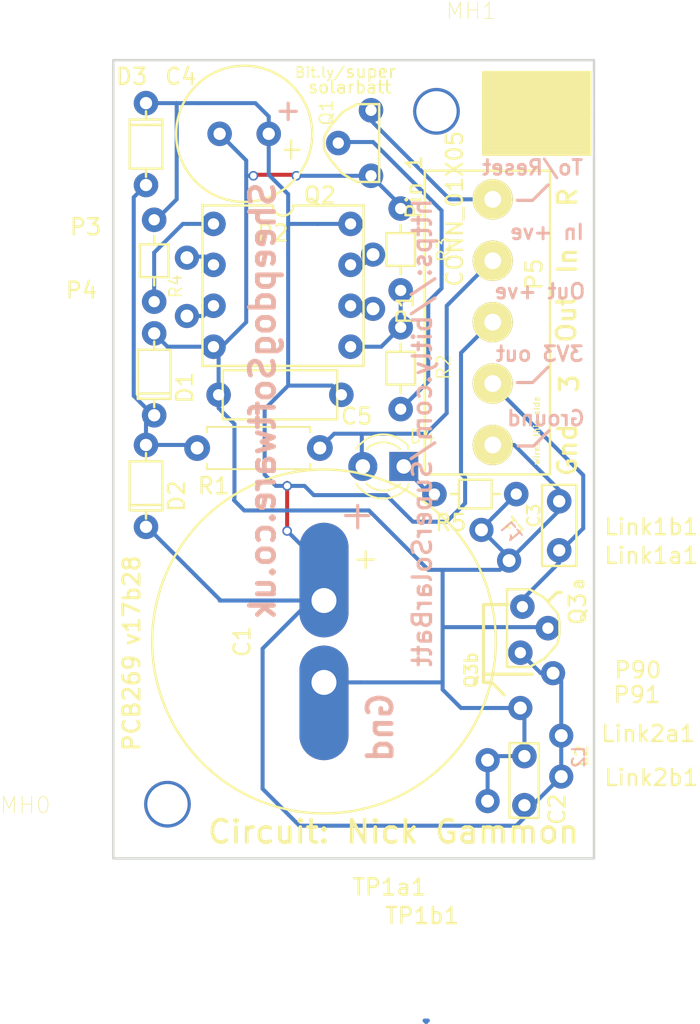
<source format=kicad_pcb>
(kicad_pcb (version 4) (host pcbnew 4.0.4-stable)

  (general
    (links 45)
    (no_connects 0)
    (area 186.233999 102.794999 216.229001 152.475001)
    (thickness 1.6)
    (drawings 109)
    (tracks 201)
    (zones 0)
    (modules 32)
    (nets 15)
  )

  (page A4)
  (title_block
    (title "PCB269- Gammon Solar power/ supercap standby/ watchdog")
  )

  (layers
    (0 F.Cu signal)
    (31 B.Cu signal)
    (32 B.Adhes user)
    (33 F.Adhes user)
    (34 B.Paste user)
    (35 F.Paste user)
    (36 B.SilkS user)
    (37 F.SilkS user)
    (38 B.Mask user)
    (39 F.Mask user)
    (40 Dwgs.User user)
    (41 Cmts.User user)
    (42 Eco1.User user)
    (43 Eco2.User user hide)
    (44 Edge.Cuts user)
    (45 Margin user)
    (46 B.CrtYd user hide)
    (47 F.CrtYd user)
    (48 B.Fab user)
    (49 F.Fab user hide)
  )

  (setup
    (last_trace_width 0.25)
    (trace_clearance 0.2)
    (zone_clearance 0.508)
    (zone_45_only no)
    (trace_min 0.2)
    (segment_width 0.2)
    (edge_width 0.15)
    (via_size 0.6)
    (via_drill 0.4)
    (via_min_size 0.4)
    (via_min_drill 0.3)
    (uvia_size 0.3)
    (uvia_drill 0.1)
    (uvias_allowed no)
    (uvia_min_size 0.2)
    (uvia_min_drill 0.1)
    (pcb_text_width 0.3)
    (pcb_text_size 1.5 1.5)
    (mod_edge_width 0.15)
    (mod_text_size 1 1)
    (mod_text_width 0.15)
    (pad_size 2.5 2.5)
    (pad_drill 1.0414)
    (pad_to_mask_clearance 0.2)
    (aux_axis_origin 0 0)
    (visible_elements 7FFEFFFF)
    (pcbplotparams
      (layerselection 0x00030_80000001)
      (usegerberextensions false)
      (excludeedgelayer true)
      (linewidth 0.100000)
      (plotframeref false)
      (viasonmask false)
      (mode 1)
      (useauxorigin false)
      (hpglpennumber 1)
      (hpglpenspeed 20)
      (hpglpendiameter 15)
      (hpglpenoverlay 2)
      (psnegative false)
      (psa4output false)
      (plotreference true)
      (plotvalue true)
      (plotinvisibletext false)
      (padsonsilk false)
      (subtractmaskfromsilk false)
      (outputformat 1)
      (mirror false)
      (drillshape 1)
      (scaleselection 1)
      (outputdirectory "C:/Users/TBoyd/Documents/KiCad-TKB-4-0-4/Project/PCB269-GammonSolarWatchdog/For exports en route elsewhere/"))
  )

  (net 0 "")
  (net 1 GND)
  (net 2 "Net-(D1-Pad1)")
  (net 3 +BATT)
  (net 4 "Net-(C3-Pad1)")
  (net 5 ATtiny85_5v)
  (net 6 "Net-(Q2-Pad1)")
  (net 7 "Net-(Q2-Pad5)")
  (net 8 "Net-(P1-Pad1)")
  (net 9 "Net-(Q1-PadGate)")
  (net 10 "Net-(D4-Pad1)")
  (net 11 "Net-(P2-Pad1)")
  (net 12 "Net-(P3-Pad1)")
  (net 13 "Net-(P4-Pad1)")
  (net 14 "Net-(P5-Pad1)")

  (net_class Default "This is the default net class."
    (clearance 0.2)
    (trace_width 0.25)
    (via_dia 0.6)
    (via_drill 0.4)
    (uvia_dia 0.3)
    (uvia_drill 0.1)
    (add_net +BATT)
    (add_net ATtiny85_5v)
    (add_net GND)
    (add_net "Net-(C3-Pad1)")
    (add_net "Net-(D1-Pad1)")
    (add_net "Net-(D4-Pad1)")
    (add_net "Net-(P1-Pad1)")
    (add_net "Net-(P2-Pad1)")
    (add_net "Net-(P3-Pad1)")
    (add_net "Net-(P4-Pad1)")
    (add_net "Net-(P5-Pad1)")
    (add_net "Net-(Q1-PadGate)")
    (add_net "Net-(Q2-Pad1)")
    (add_net "Net-(Q2-Pad5)")
  )

  (module AtbFoot17201:VRegTO92-tb (layer F.Cu) (tedit 5A1DFD92) (tstamp 5A04A277)
    (at 212.2805 138.1125 90)
    (path /59FF758C)
    (fp_text reference Q3 (at 1.2065 2.8575 90) (layer F.SilkS)
      (effects (font (size 1 1) (thickness 0.15)))
    )
    (fp_text value "Volt Reg- see text" (at -0.0254 -2.5908 90) (layer F.Fab)
      (effects (font (size 1 1) (thickness 0.15)))
    )
    (fp_line (start -1.9304 0.762) (end -1.016 1.5748) (layer F.SilkS) (width 0.15))
    (fp_line (start -1.016 1.5748) (end -0.8636 1.6256) (layer F.SilkS) (width 0.15))
    (fp_line (start -0.4064 1.7272) (end -0.8636 1.6256) (layer F.SilkS) (width 0.15))
    (fp_line (start 0.8636 1.6256) (end 1.016 1.524) (layer F.SilkS) (width 0.15))
    (fp_line (start 0.4064 1.7272) (end 0.8636 1.6256) (layer F.SilkS) (width 0.15))
    (fp_line (start -0.4064 1.7272) (end 0.3556 1.7272) (layer F.SilkS) (width 0.15))
    (fp_line (start 1.905 0.762) (end 2.413 -0.127) (layer F.SilkS) (width 0.15))
    (fp_line (start -1.905 0.762) (end -2.413 -0.127) (layer F.SilkS) (width 0.15))
    (fp_line (start 1.016 1.524) (end 1.905 0.762) (layer F.SilkS) (width 0.15))
    (fp_line (start -2.413 -0.127) (end -2.413 -1.524) (layer F.SilkS) (width 0.15))
    (fp_line (start -2.413 -1.524) (end -2.032 -1.524) (layer F.SilkS) (width 0.15))
    (fp_line (start 2.413 -0.127) (end 2.413 -1.524) (layer F.SilkS) (width 0.15))
    (fp_line (start 2.413 -1.524) (end 2.032 -1.524) (layer F.SilkS) (width 0.15))
    (fp_line (start 2.032 -1.524) (end -2.032 -1.524) (layer F.SilkS) (width 0.15))
    (pad GND thru_hole circle (at 0 1.016 90) (size 1.524 1.524) (drill 0.7) (layers *.Cu *.Mask)
      (net 1 GND))
    (pad VI thru_hole circle (at -1.524 -0.6985 90) (size 1.524 1.524) (drill 0.7) (layers *.Cu *.Mask)
      (net 5 ATtiny85_5v))
    (pad VO thru_hole circle (at 1.3335 -0.5715 90) (size 1.524 1.524) (drill 0.7) (layers *.Cu *.Mask)
      (net 4 "Net-(C3-Pad1)"))
  )

  (module AtbFoot17201:MountingHole_2.9mm (layer F.Cu) (tedit 5A1DF78E) (tstamp 5A02746B)
    (at 189.6745 149.0345)
    (descr "Mounting Hole 2.9mm, no annular")
    (tags "mounting hole 2.9mm no annular")
    (path /5A02B834)
    (fp_text reference MH0 (at -8.8265 0.0635) (layer F.SilkS)
      (effects (font (size 1.016 1.016) (thickness 0.0508)))
    )
    (fp_text value TEST_1P (at 0 3.175) (layer F.Fab)
      (effects (font (size 0.254 0.254) (thickness 0.0508)))
    )
    (fp_circle (center 0 0) (end 2.5 0) (layer Cmts.User) (width 0.15))
    (fp_circle (center 0 0) (end 2.75 0) (layer F.CrtYd) (width 0.05))
    (pad "" np_thru_hole circle (at 0 0) (size 2.9 2.9) (drill 2.5) (layers *.Cu *.Mask))
  )

  (module AtbFoot17201:MountingHole_2.9mm (layer F.Cu) (tedit 5A1DF792) (tstamp 5A027470)
    (at 206.375 106.045)
    (descr "Mounting Hole 2.9mm, no annular")
    (tags "mounting hole 2.9mm no annular")
    (path /5A02BA08)
    (fp_text reference MH1 (at 2.159 -6.223) (layer F.SilkS)
      (effects (font (size 1.016 1.016) (thickness 0.0508)))
    )
    (fp_text value TEST_1P (at 0 3.175) (layer F.Fab)
      (effects (font (size 0.254 0.254) (thickness 0.0508)))
    )
    (fp_circle (center 0 0) (end 2.5 0) (layer Cmts.User) (width 0.15))
    (fp_circle (center 0 0) (end 2.75 0) (layer F.CrtYd) (width 0.05))
    (pad "" np_thru_hole circle (at 0 0) (size 2.9 2.9) (drill 2.5) (layers *.Cu *.Mask))
  )

  (module AtbFoot17201:Cap-Super8x2-tb (layer F.Cu) (tedit 5A03C834) (tstamp 5A03C225)
    (at 199.39 138.938 270)
    (path /59FEEDF2)
    (fp_text reference C1 (at 0 5.08 270) (layer F.SilkS)
      (effects (font (size 1 1) (thickness 0.15)))
    )
    (fp_text value "SuperCap-see text" (at -0.508 -4.826 270) (layer F.Fab)
      (effects (font (size 1 1) (thickness 0.15)))
    )
    (fp_circle (center 0 0) (end 10.668 0) (layer F.SilkS) (width 0.15))
    (fp_line (start -5.58546 -2.5908) (end -4.56946 -2.5908) (layer F.SilkS) (width 0.15))
    (fp_line (start -5.07746 -3.0988) (end -5.07746 -2.0828) (layer F.SilkS) (width 0.15))
    (pad 2 thru_hole oval (at 2.54 0 90) (size 7.112 3.048) (drill 1.5494 (offset -1.27 0)) (layers *.Cu *.Mask)
      (net 1 GND))
    (pad 1 thru_hole oval (at -2.54 0 270) (size 7.112 3.048) (drill 1.5494 (offset -1.27 0)) (layers *.Cu *.Mask)
      (net 5 ATtiny85_5v))
  )

  (module AtbFoot17201:Cap-Rad-1-tb (layer F.Cu) (tedit 5A1DF8AA) (tstamp 5A03CC17)
    (at 211.836 147.574 90)
    (path /59FEEB76)
    (fp_text reference C2 (at -1.778 2.032 90) (layer F.SilkS)
      (effects (font (size 1 1) (thickness 0.15)))
    )
    (fp_text value 1uF (at -0.00254 -1.6764 90) (layer F.Fab)
      (effects (font (size 1 1) (thickness 0.15)))
    )
    (fp_line (start 2.33426 -0.92456) (end -2.29362 -0.93472) (layer F.SilkS) (width 0.15))
    (fp_line (start -2.2987 -0.92456) (end -2.31902 0.88392) (layer F.SilkS) (width 0.15))
    (fp_line (start -2.31902 0.88392) (end 2.31394 0.88392) (layer F.SilkS) (width 0.15))
    (fp_line (start 2.31394 0.88392) (end 2.33426 -0.84328) (layer F.SilkS) (width 0.15))
    (pad 1 thru_hole circle (at -1.524 0 90) (size 1.524 1.524) (drill 0.762) (layers *.Cu *.Mask)
      (net 5 ATtiny85_5v))
    (pad 2 thru_hole circle (at 1.524 0 90) (size 1.524 1.524) (drill 0.762) (layers *.Cu *.Mask)
      (net 1 GND))
  )

  (module AtbFoot17201:Cap-Rad3x1-2-tb (layer F.Cu) (tedit 5A1DF819) (tstamp 5A03CE07)
    (at 194.437 107.442 180)
    (path /59FF82A5)
    (fp_text reference C4 (at 3.937 3.556 360) (layer F.SilkS)
      (effects (font (size 1 1) (thickness 0.15)))
    )
    (fp_text value "See text" (at 0 -5.08 180) (layer F.Fab)
      (effects (font (size 1 1) (thickness 0.15)))
    )
    (fp_line (start -3.43154 -0.9906) (end -2.51714 -0.9906) (layer F.SilkS) (width 0.15))
    (fp_line (start -2.91338 -1.524) (end -2.91338 -0.41148) (layer F.SilkS) (width 0.15))
    (fp_line (start -2.91338 -0.41148) (end -2.89814 -0.42672) (layer F.SilkS) (width 0.15))
    (fp_circle (center 0 0) (end -3.57886 2.24536) (layer F.SilkS) (width 0.15))
    (pad 1 thru_hole circle (at -1.524 0 180) (size 1.524 1.524) (drill 0.762) (layers *.Cu *.Mask)
      (net 5 ATtiny85_5v))
    (pad 2 thru_hole circle (at 1.524 0 180) (size 1.524 1.524) (drill 0.762) (layers *.Cu *.Mask)
      (net 1 GND))
  )

  (module AtbFoot17201:Cap-Rect-28x12-tb (layer F.Cu) (tedit 5A1DF84F) (tstamp 5A03CE10)
    (at 196.6595 123.6345 180)
    (path /59FEED79)
    (fp_text reference C5 (at -4.7625 -1.3335 180) (layer F.SilkS)
      (effects (font (size 1 1) (thickness 0.15)))
    )
    (fp_text value 0.1uF (at 0.07874 -2.32664 180) (layer F.Fab)
      (effects (font (size 1 1) (thickness 0.15)))
    )
    (fp_line (start -3.556 1.524) (end 3.556 1.524) (layer F.SilkS) (width 0.15))
    (fp_line (start -3.556 -1.524) (end 3.556 -1.524) (layer F.SilkS) (width 0.15))
    (fp_line (start -3.556 -1.524) (end -3.556 1.524) (layer F.SilkS) (width 0.15))
    (fp_line (start 3.556 -1.524) (end 3.556 1.524) (layer F.SilkS) (width 0.15))
    (pad 1 thru_hole circle (at -3.81 0 180) (size 1.524 1.524) (drill 0.7) (layers *.Cu *.Mask)
      (net 5 ATtiny85_5v))
    (pad 2 thru_hole circle (at 3.81 0 180) (size 1.524 1.524) (drill 0.7) (layers *.Cu *.Mask)
      (net 1 GND))
  )

  (module AtbFoot17201:Diode-Small-4148-tb (layer F.Cu) (tedit 5A1DF849) (tstamp 5A03CE19)
    (at 188.849 122.3645 90)
    (path /59FEEF76)
    (fp_text reference D1 (at -0.8255 1.905 90) (layer F.SilkS)
      (effects (font (size 1 1) (thickness 0.15)))
    )
    (fp_text value "See text" (at 0.127 -1.778 90) (layer F.Fab)
      (effects (font (size 1 1) (thickness 0.15)))
    )
    (fp_line (start -1.1938 -1.02108) (end -1.17856 0.9906) (layer F.SilkS) (width 0.15))
    (fp_line (start 1.524 0) (end 2.032 0) (layer F.SilkS) (width 0.15))
    (fp_line (start -2.032 0) (end -1.524 0) (layer F.SilkS) (width 0.15))
    (fp_line (start -1.524 1.016) (end 1.524 1.016) (layer F.SilkS) (width 0.15))
    (fp_line (start -1.524 -1.016) (end 1.524 -1.016) (layer F.SilkS) (width 0.15))
    (fp_line (start 1.524 -1.016) (end 1.524 1.016) (layer F.SilkS) (width 0.15))
    (fp_line (start -1.524 -1.016) (end -1.524 1.016) (layer F.SilkS) (width 0.15))
    (pad 1 thru_hole circle (at -2.54 0 90) (size 1.524 1.524) (drill 0.762) (layers *.Cu *.Mask)
      (net 2 "Net-(D1-Pad1)"))
    (pad 2 thru_hole circle (at 2.54 0 90) (size 1.524 1.524) (drill 0.762) (layers *.Cu *.Mask)
      (net 1 GND))
  )

  (module AtbFoot17201:Diode-Small-4148-tb (layer F.Cu) (tedit 5A050065) (tstamp 5A03CE25)
    (at 188.341 129.286 90)
    (path /59FEF011)
    (fp_text reference D2 (at -0.635 1.905 90) (layer F.SilkS)
      (effects (font (size 1 1) (thickness 0.15)))
    )
    (fp_text value 1N4148 (at 0.127 -1.778 90) (layer F.Fab)
      (effects (font (size 1 1) (thickness 0.15)))
    )
    (fp_line (start -1.1938 -1.02108) (end -1.17856 0.9906) (layer F.SilkS) (width 0.15))
    (fp_line (start 1.524 0) (end 2.032 0) (layer F.SilkS) (width 0.15))
    (fp_line (start -2.032 0) (end -1.524 0) (layer F.SilkS) (width 0.15))
    (fp_line (start -1.524 1.016) (end 1.524 1.016) (layer F.SilkS) (width 0.15))
    (fp_line (start -1.524 -1.016) (end 1.524 -1.016) (layer F.SilkS) (width 0.15))
    (fp_line (start 1.524 -1.016) (end 1.524 1.016) (layer F.SilkS) (width 0.15))
    (fp_line (start -1.524 -1.016) (end -1.524 1.016) (layer F.SilkS) (width 0.15))
    (pad 1 thru_hole circle (at -2.54 0 90) (size 1.524 1.524) (drill 0.762) (layers *.Cu *.Mask)
      (net 5 ATtiny85_5v))
    (pad 2 thru_hole circle (at 2.54 0 90) (size 1.524 1.524) (drill 0.762) (layers *.Cu *.Mask)
      (net 2 "Net-(D1-Pad1)"))
  )

  (module AtbFoot17201:Diode-Small-4148-tb (layer F.Cu) (tedit 5A1DF80F) (tstamp 5A03CE31)
    (at 188.341 108.077 270)
    (path /59FF85A5)
    (fp_text reference D3 (at -4.191 0.889 360) (layer F.SilkS)
      (effects (font (size 1 1) (thickness 0.15)))
    )
    (fp_text value 1N4148 (at 0.127 -1.778 270) (layer F.Fab)
      (effects (font (size 1 1) (thickness 0.15)))
    )
    (fp_line (start -1.1938 -1.02108) (end -1.17856 0.9906) (layer F.SilkS) (width 0.15))
    (fp_line (start 1.524 0) (end 2.032 0) (layer F.SilkS) (width 0.15))
    (fp_line (start -2.032 0) (end -1.524 0) (layer F.SilkS) (width 0.15))
    (fp_line (start -1.524 1.016) (end 1.524 1.016) (layer F.SilkS) (width 0.15))
    (fp_line (start -1.524 -1.016) (end 1.524 -1.016) (layer F.SilkS) (width 0.15))
    (fp_line (start 1.524 -1.016) (end 1.524 1.016) (layer F.SilkS) (width 0.15))
    (fp_line (start -1.524 -1.016) (end -1.524 1.016) (layer F.SilkS) (width 0.15))
    (pad 1 thru_hole circle (at -2.54 0 270) (size 1.524 1.524) (drill 0.762) (layers *.Cu *.Mask)
      (net 5 ATtiny85_5v))
    (pad 2 thru_hole circle (at 2.54 0 270) (size 1.524 1.524) (drill 0.762) (layers *.Cu *.Mask)
      (net 2 "Net-(D1-Pad1)"))
  )

  (module AtbFoot17201:Skt-DIL-8-tb (layer F.Cu) (tedit 5A1DF829) (tstamp 5A03CE3D)
    (at 196.85 116.84)
    (path /59FEF21A)
    (fp_text reference Q2 (at 2.286 -5.588) (layer F.SilkS)
      (effects (font (size 1 1) (thickness 0.15)))
    )
    (fp_text value ATtiny85 (at 0.254 -6.096) (layer F.Fab)
      (effects (font (size 1 1) (thickness 0.15)))
    )
    (fp_line (start 0.635 -4.953) (end 4.953 -4.953) (layer F.SilkS) (width 0.15))
    (fp_line (start -4.953 -4.953) (end -0.635 -4.953) (layer F.SilkS) (width 0.15))
    (fp_arc (start 0 -4.953) (end 0.635 -4.953) (angle 180) (layer F.SilkS) (width 0.15))
    (fp_line (start -5 5) (end 5 5) (layer F.SilkS) (width 0.15))
    (fp_line (start 5 -5) (end 5 5) (layer F.SilkS) (width 0.15))
    (fp_line (start 5 5) (end 5 4) (layer F.SilkS) (width 0.15))
    (fp_line (start -5 5) (end -5 -5) (layer F.SilkS) (width 0.15))
    (pad 1 thru_hole circle (at -4.318 -3.81) (size 1.524 1.524) (drill 0.7) (layers *.Cu *.Mask)
      (net 6 "Net-(Q2-Pad1)"))
    (pad 2 thru_hole circle (at -4.318 -1.27) (size 1.524 1.524) (drill 0.7) (layers *.Cu *.Mask)
      (net 12 "Net-(P3-Pad1)"))
    (pad 3 thru_hole circle (at -4.318 1.27) (size 1.524 1.524) (drill 0.7) (layers *.Cu *.Mask)
      (net 13 "Net-(P4-Pad1)"))
    (pad 4 thru_hole circle (at -4.318 3.81) (size 1.524 1.524) (drill 0.7) (layers *.Cu *.Mask)
      (net 1 GND))
    (pad 5 thru_hole circle (at 4.191 3.81) (size 1.524 1.524) (drill 0.7) (layers *.Cu *.Mask)
      (net 7 "Net-(Q2-Pad5)"))
    (pad 6 thru_hole circle (at 4.191 1.27) (size 1.524 1.524) (drill 0.7) (layers *.Cu *.Mask)
      (net 8 "Net-(P1-Pad1)"))
    (pad 7 thru_hole circle (at 4.191 -1.27) (size 1.524 1.524) (drill 0.7) (layers *.Cu *.Mask)
      (net 11 "Net-(P2-Pad1)"))
    (pad 8 thru_hole circle (at 4.191 -3.81) (size 1.524 1.524) (drill 0.7) (layers *.Cu *.Mask)
      (net 5 ATtiny85_5v))
  )

  (module AtbFoot17201:Res-Small-0.125-tb (layer F.Cu) (tedit 5A1E0030) (tstamp 5A03D0C5)
    (at 204.1525 114.6175 90)
    (path /59FEE944)
    (fp_text reference R3 (at 0 2.667 90) (layer F.SilkS)
      (effects (font (size 0.8128 0.8128) (thickness 0.1016)))
    )
    (fp_text value 10k (at 0.127 -1.778 90) (layer F.Fab)
      (effects (font (size 1 1) (thickness 0.15)))
    )
    (fp_line (start 1.016 -0.889) (end 1.016 0.889) (layer F.SilkS) (width 0.15))
    (fp_line (start -1.016 -0.889) (end -1.016 0.889) (layer F.SilkS) (width 0.15))
    (fp_line (start -1.016 0.889) (end 1.016 0.889) (layer F.SilkS) (width 0.15))
    (fp_line (start -1.016 -0.889) (end 1.016 -0.889) (layer F.SilkS) (width 0.15))
    (fp_line (start -1.016 0) (end -1.524 0) (layer F.SilkS) (width 0.15))
    (fp_line (start 1.016 0) (end 1.524 0) (layer F.SilkS) (width 0.15))
    (pad 1 thru_hole circle (at -2.54 0 90) (size 1.524 1.524) (drill 0.7) (layers *.Cu *.Mask)
      (net 7 "Net-(Q2-Pad5)"))
    (pad 2 thru_hole circle (at 2.54 0 90) (size 1.524 1.524) (drill 0.7) (layers *.Cu *.Mask)
      (net 1 GND))
  )

  (module AtbFoot17201:Res-Small-0.125-tb (layer F.Cu) (tedit 5A1E0297) (tstamp 5A03D0D0)
    (at 188.849 115.316 270)
    (path /59FEEA54)
    (fp_text reference R4 (at 1.5875 -1.3335 270) (layer F.SilkS)
      (effects (font (size 0.762 0.762) (thickness 0.09652)))
    )
    (fp_text value 10k (at 0.127 -1.778 270) (layer F.Fab)
      (effects (font (size 1 1) (thickness 0.15)))
    )
    (fp_line (start 1.016 -0.889) (end 1.016 0.889) (layer F.SilkS) (width 0.15))
    (fp_line (start -1.016 -0.889) (end -1.016 0.889) (layer F.SilkS) (width 0.15))
    (fp_line (start -1.016 0.889) (end 1.016 0.889) (layer F.SilkS) (width 0.15))
    (fp_line (start -1.016 -0.889) (end 1.016 -0.889) (layer F.SilkS) (width 0.15))
    (fp_line (start -1.016 0) (end -1.524 0) (layer F.SilkS) (width 0.15))
    (fp_line (start 1.016 0) (end 1.524 0) (layer F.SilkS) (width 0.15))
    (pad 1 thru_hole circle (at -2.54 0 270) (size 1.524 1.524) (drill 0.7) (layers *.Cu *.Mask)
      (net 5 ATtiny85_5v))
    (pad 2 thru_hole circle (at 2.54 0 270) (size 1.524 1.524) (drill 0.7) (layers *.Cu *.Mask)
      (net 6 "Net-(Q2-Pad1)"))
  )

  (module AtbFoot17201:Cap-Rad-1-tb (layer F.Cu) (tedit 5A1E0463) (tstamp 5A03D3C6)
    (at 213.995 131.7625 90)
    (path /59FEEC75)
    (fp_text reference C3 (at 0.635 -1.5875 90) (layer F.SilkS)
      (effects (font (size 0.762 0.762) (thickness 0.127)))
    )
    (fp_text value "1 uF" (at 0.0127 -1.8288 90) (layer F.Fab)
      (effects (font (size 1 1) (thickness 0.15)))
    )
    (fp_line (start -2.4892 -1.0668) (end -2.4892 -0.9652) (layer F.SilkS) (width 0.15))
    (fp_line (start -2.4892 -1.0668) (end 2.4892 -1.0668) (layer F.SilkS) (width 0.15))
    (fp_line (start 2.4892 -1.0668) (end 2.54 -1.0668) (layer F.SilkS) (width 0.15))
    (fp_line (start 2.54 -1.0668) (end 2.54 1.0668) (layer F.SilkS) (width 0.15))
    (fp_line (start 2.54 1.0668) (end -2.4892 1.0668) (layer F.SilkS) (width 0.15))
    (fp_line (start -2.4892 1.0668) (end -2.4892 -1.016) (layer F.SilkS) (width 0.15))
    (pad 1 thru_hole circle (at -1.524 0 90) (size 1.524 1.524) (drill 0.762) (layers *.Cu *.Mask)
      (net 4 "Net-(C3-Pad1)"))
    (pad 2 thru_hole circle (at 1.524 0 90) (size 1.524 1.524) (drill 0.762) (layers *.Cu *.Mask)
      (net 1 GND))
  )

  (module AtbFoot17201:XistMosFet-TO92-SGB-tb (layer F.Cu) (tedit 5A1DF9F0) (tstamp 5A04C662)
    (at 201.295 108.0135 270)
    (path /5A04C72A)
    (fp_text reference Q1 (at -1.8923 1.7526 270) (layer F.SilkS)
      (effects (font (size 0.8128 0.8128) (thickness 0.1016)))
    )
    (fp_text value XistMosfetTO92-SGD2 (at -0.0254 -2.5908 270) (layer F.Fab)
      (effects (font (size 1 1) (thickness 0.15)))
    )
    (fp_line (start 1.905 0.762) (end 2.413 -0.127) (layer F.SilkS) (width 0.15))
    (fp_line (start -1.905 0.762) (end -2.413 -0.127) (layer F.SilkS) (width 0.15))
    (fp_line (start 1.016 1.524) (end 1.905 0.762) (layer F.SilkS) (width 0.15))
    (fp_line (start -1.905 0.762) (end -1.016 1.524) (layer F.SilkS) (width 0.15))
    (fp_line (start -0.381 1.905) (end 0.381 1.905) (layer F.SilkS) (width 0.15))
    (fp_line (start 0.381 1.905) (end 1.016 1.524) (layer F.SilkS) (width 0.15))
    (fp_line (start -1.016 1.524) (end -0.381 1.905) (layer F.SilkS) (width 0.15))
    (fp_line (start -2.413 -0.127) (end -2.413 -1.524) (layer F.SilkS) (width 0.15))
    (fp_line (start -2.413 -1.524) (end -2.032 -1.524) (layer F.SilkS) (width 0.15))
    (fp_line (start 2.413 -0.127) (end 2.413 -1.524) (layer F.SilkS) (width 0.15))
    (fp_line (start 2.413 -1.524) (end 2.032 -1.524) (layer F.SilkS) (width 0.15))
    (fp_line (start 2.032 -1.524) (end -2.032 -1.524) (layer F.SilkS) (width 0.15))
    (pad Gate thru_hole circle (at 0 1.016 270) (size 1.524 1.524) (drill 0.7) (layers *.Cu *.Mask)
      (net 9 "Net-(Q1-PadGate)"))
    (pad Drai thru_hole circle (at -2.032 -1.016 270) (size 1.524 1.524) (drill 0.7) (layers *.Cu *.Mask)
      (net 14 "Net-(P5-Pad1)"))
    (pad Sour thru_hole circle (at 2.032 -1.016 270) (size 1.524 1.524) (drill 0.7) (layers *.Cu *.Mask)
      (net 1 GND))
  )

  (module AtbFoot17201:Res-Small-0.125-tb (layer F.Cu) (tedit 5A1E002B) (tstamp 5A04C6C6)
    (at 204.1525 121.9835 90)
    (path /59FEE9E7)
    (fp_text reference R2 (at 0.0635 2.667 90) (layer F.SilkS)
      (effects (font (size 0.8128 0.8128) (thickness 0.1016)))
    )
    (fp_text value 150R (at 0.127 -1.778 90) (layer F.Fab)
      (effects (font (size 1 1) (thickness 0.15)))
    )
    (fp_line (start 1.016 -0.889) (end 1.016 0.889) (layer F.SilkS) (width 0.15))
    (fp_line (start -1.016 -0.889) (end -1.016 0.889) (layer F.SilkS) (width 0.15))
    (fp_line (start -1.016 0.889) (end 1.016 0.889) (layer F.SilkS) (width 0.15))
    (fp_line (start -1.016 -0.889) (end 1.016 -0.889) (layer F.SilkS) (width 0.15))
    (fp_line (start -1.016 0) (end -1.524 0) (layer F.SilkS) (width 0.15))
    (fp_line (start 1.016 0) (end 1.524 0) (layer F.SilkS) (width 0.15))
    (pad 1 thru_hole circle (at -2.54 0 90) (size 1.524 1.524) (drill 0.7) (layers *.Cu *.Mask)
      (net 9 "Net-(Q1-PadGate)"))
    (pad 2 thru_hole circle (at 2.54 0 90) (size 1.524 1.524) (drill 0.7) (layers *.Cu *.Mask)
      (net 7 "Net-(Q2-Pad5)"))
  )

  (module Measurement_Points:Measurement_Point_Round-TH_Small (layer F.Cu) (tedit 5A1E03A3) (tstamp 5A1DC355)
    (at 213.614 140.9065)
    (descr "Mesurement Point, Square, Trough Hole,  DM 1.5mm, Drill 0.8mm,")
    (tags "Mesurement Point Round Trough Hole 1.5mm Drill 0.8mm")
    (path /5A1D7FE1)
    (attr virtual)
    (fp_text reference P90 (at 5.2705 -0.1905) (layer F.SilkS)
      (effects (font (size 1 1) (thickness 0.15)))
    )
    (fp_text value TEST_1P (at 0 2) (layer F.Fab)
      (effects (font (size 1 1) (thickness 0.15)))
    )
    (fp_circle (center 0 0) (end 1 0) (layer F.CrtYd) (width 0.05))
    (pad 1 thru_hole circle (at 0 0) (size 1.5 1.5) (drill 0.8) (layers *.Cu *.Mask)
      (net 5 ATtiny85_5v))
  )

  (module Measurement_Points:Measurement_Point_Round-TH_Small (layer F.Cu) (tedit 5A1E03AC) (tstamp 5A1DC359)
    (at 211.582 143.0655)
    (descr "Mesurement Point, Square, Trough Hole,  DM 1.5mm, Drill 0.8mm,")
    (tags "Mesurement Point Round Trough Hole 1.5mm Drill 0.8mm")
    (path /5A1D8122)
    (attr virtual)
    (fp_text reference P91 (at 7.239 -0.8255) (layer F.SilkS)
      (effects (font (size 1 1) (thickness 0.15)))
    )
    (fp_text value TEST_1P (at 0 2) (layer F.Fab)
      (effects (font (size 1 1) (thickness 0.15)))
    )
    (fp_circle (center 0 0) (end 1 0) (layer F.CrtYd) (width 0.05))
    (pad 1 thru_hole circle (at 0 0) (size 1.5 1.5) (drill 0.8) (layers *.Cu *.Mask)
      (net 1 GND))
  )

  (module Resistors_ThroughHole:R_Axial_DIN0207_L6.3mm_D2.5mm_P7.62mm_Horizontal (layer F.Cu) (tedit 5A1DF846) (tstamp 5A1DC35D)
    (at 191.516 126.9365)
    (descr "Resistor, Axial_DIN0207 series, Axial, Horizontal, pin pitch=7.62mm, 0.25W = 1/4W, length*diameter=6.3*2.5mm^2, http://cdn-reichelt.de/documents/datenblatt/B400/1_4W%23YAG.pdf")
    (tags "Resistor Axial_DIN0207 series Axial Horizontal pin pitch 7.62mm 0.25W = 1/4W length 6.3mm diameter 2.5mm")
    (path /59FEEB01)
    (fp_text reference R1 (at 1.016 2.3495) (layer F.SilkS)
      (effects (font (size 1 1) (thickness 0.15)))
    )
    (fp_text value 220R (at 3.81 2.31) (layer F.Fab)
      (effects (font (size 1 1) (thickness 0.15)))
    )
    (fp_line (start 0.66 -1.25) (end 0.66 1.25) (layer F.Fab) (width 0.1))
    (fp_line (start 0.66 1.25) (end 6.96 1.25) (layer F.Fab) (width 0.1))
    (fp_line (start 6.96 1.25) (end 6.96 -1.25) (layer F.Fab) (width 0.1))
    (fp_line (start 6.96 -1.25) (end 0.66 -1.25) (layer F.Fab) (width 0.1))
    (fp_line (start 0 0) (end 0.66 0) (layer F.Fab) (width 0.1))
    (fp_line (start 7.62 0) (end 6.96 0) (layer F.Fab) (width 0.1))
    (fp_line (start 0.6 -0.98) (end 0.6 -1.31) (layer F.SilkS) (width 0.12))
    (fp_line (start 0.6 -1.31) (end 7.02 -1.31) (layer F.SilkS) (width 0.12))
    (fp_line (start 7.02 -1.31) (end 7.02 -0.98) (layer F.SilkS) (width 0.12))
    (fp_line (start 0.6 0.98) (end 0.6 1.31) (layer F.SilkS) (width 0.12))
    (fp_line (start 0.6 1.31) (end 7.02 1.31) (layer F.SilkS) (width 0.12))
    (fp_line (start 7.02 1.31) (end 7.02 0.98) (layer F.SilkS) (width 0.12))
    (fp_line (start -1.05 -1.6) (end -1.05 1.6) (layer F.CrtYd) (width 0.05))
    (fp_line (start -1.05 1.6) (end 8.7 1.6) (layer F.CrtYd) (width 0.05))
    (fp_line (start 8.7 1.6) (end 8.7 -1.6) (layer F.CrtYd) (width 0.05))
    (fp_line (start 8.7 -1.6) (end -1.05 -1.6) (layer F.CrtYd) (width 0.05))
    (pad 1 thru_hole circle (at 0 0) (size 1.6 1.6) (drill 0.8) (layers *.Cu *.Mask)
      (net 2 "Net-(D1-Pad1)"))
    (pad 2 thru_hole oval (at 7.62 0) (size 1.6 1.6) (drill 0.8) (layers *.Cu *.Mask)
      (net 3 +BATT))
    (model ${KISYS3DMOD}/Resistors_THT.3dshapes/R_Axial_DIN0207_L6.3mm_D2.5mm_P7.62mm_Horizontal.wrl
      (at (xyz 0 0 0))
      (scale (xyz 0.393701 0.393701 0.393701))
      (rotate (xyz 0 0 0))
    )
  )

  (module LEDs:LED_D3.0mm (layer F.Cu) (tedit 5A1DF907) (tstamp 5A1DE5CC)
    (at 204.343 128.0795 180)
    (descr "LED, diameter 3.0mm, 2 pins")
    (tags "LED diameter 3.0mm 2 pins")
    (path /5A1EA5AD)
    (fp_text reference D4 (at -1.143 1.8415 180) (layer F.SilkS)
      (effects (font (size 0.8128 0.8128) (thickness 0.1016)))
    )
    (fp_text value LED (at 1.27 2.96 180) (layer F.Fab)
      (effects (font (size 1 1) (thickness 0.15)))
    )
    (fp_arc (start 1.27 0) (end -0.23 -1.16619) (angle 284.3) (layer F.Fab) (width 0.1))
    (fp_arc (start 1.27 0) (end -0.29 -1.235516) (angle 108.8) (layer F.SilkS) (width 0.12))
    (fp_arc (start 1.27 0) (end -0.29 1.235516) (angle -108.8) (layer F.SilkS) (width 0.12))
    (fp_arc (start 1.27 0) (end 0.229039 -1.08) (angle 87.9) (layer F.SilkS) (width 0.12))
    (fp_arc (start 1.27 0) (end 0.229039 1.08) (angle -87.9) (layer F.SilkS) (width 0.12))
    (fp_circle (center 1.27 0) (end 2.77 0) (layer F.Fab) (width 0.1))
    (fp_line (start -0.23 -1.16619) (end -0.23 1.16619) (layer F.Fab) (width 0.1))
    (fp_line (start -0.29 -1.236) (end -0.29 -1.08) (layer F.SilkS) (width 0.12))
    (fp_line (start -0.29 1.08) (end -0.29 1.236) (layer F.SilkS) (width 0.12))
    (fp_line (start -1.15 -2.25) (end -1.15 2.25) (layer F.CrtYd) (width 0.05))
    (fp_line (start -1.15 2.25) (end 3.7 2.25) (layer F.CrtYd) (width 0.05))
    (fp_line (start 3.7 2.25) (end 3.7 -2.25) (layer F.CrtYd) (width 0.05))
    (fp_line (start 3.7 -2.25) (end -1.15 -2.25) (layer F.CrtYd) (width 0.05))
    (pad 1 thru_hole rect (at 0 0 180) (size 1.8 1.8) (drill 0.9) (layers *.Cu *.Mask)
      (net 10 "Net-(D4-Pad1)"))
    (pad 2 thru_hole circle (at 2.54 0 180) (size 1.8 1.8) (drill 0.9) (layers *.Cu *.Mask)
      (net 3 +BATT))
    (model ${KISYS3DMOD}/LEDs.3dshapes/LED_D3.0mm.wrl
      (at (xyz 0 0 0))
      (scale (xyz 0.393701 0.393701 0.393701))
      (rotate (xyz 0 0 0))
    )
  )

  (module AtbFoot17201:Res-Small-0.125-tb (layer F.Cu) (tedit 5A1DF8CD) (tstamp 5A1DE5D2)
    (at 208.788 129.794)
    (path /5A1EA648)
    (fp_text reference R5 (at -1.524 1.778) (layer F.SilkS)
      (effects (font (size 1 1) (thickness 0.15)))
    )
    (fp_text value R (at 0.127 -1.778) (layer F.Fab)
      (effects (font (size 1 1) (thickness 0.15)))
    )
    (fp_line (start 1.016 -0.889) (end 1.016 0.889) (layer F.SilkS) (width 0.15))
    (fp_line (start -1.016 -0.889) (end -1.016 0.889) (layer F.SilkS) (width 0.15))
    (fp_line (start -1.016 0.889) (end 1.016 0.889) (layer F.SilkS) (width 0.15))
    (fp_line (start -1.016 -0.889) (end 1.016 -0.889) (layer F.SilkS) (width 0.15))
    (fp_line (start -1.016 0) (end -1.524 0) (layer F.SilkS) (width 0.15))
    (fp_line (start 1.016 0) (end 1.524 0) (layer F.SilkS) (width 0.15))
    (pad 1 thru_hole circle (at -2.54 0) (size 1.524 1.524) (drill 0.7) (layers *.Cu *.Mask)
      (net 10 "Net-(D4-Pad1)"))
    (pad 2 thru_hole circle (at 2.54 0) (size 1.524 1.524) (drill 0.7) (layers *.Cu *.Mask)
      (net 1 GND))
  )

  (module Measurement_Points:Measurement_Point_Round-TH_Small (layer F.Cu) (tedit 5A1E03CF) (tstamp 5A1DED0B)
    (at 210.8835 133.9215)
    (descr "Mesurement Point, Square, Trough Hole,  DM 1.5mm, Drill 0.8mm,")
    (tags "Mesurement Point Round Trough Hole 1.5mm Drill 0.8mm")
    (path /5A1EB79F)
    (attr virtual)
    (fp_text reference Link1a1 (at 8.8265 -0.3175) (layer F.SilkS)
      (effects (font (size 1 1) (thickness 0.15)))
    )
    (fp_text value TEST_1P (at 0 2) (layer F.Fab)
      (effects (font (size 1 1) (thickness 0.15)))
    )
    (fp_circle (center 0 0) (end 1 0) (layer F.CrtYd) (width 0.05))
    (pad 1 thru_hole circle (at 0 0) (size 1.5 1.5) (drill 0.8) (layers *.Cu *.Mask)
      (net 1 GND))
  )

  (module Measurement_Points:Measurement_Point_Round-TH_Small (layer F.Cu) (tedit 5A1E03CA) (tstamp 5A1DED10)
    (at 209.169 132.0165)
    (descr "Mesurement Point, Square, Trough Hole,  DM 1.5mm, Drill 0.8mm,")
    (tags "Mesurement Point Round Trough Hole 1.5mm Drill 0.8mm")
    (path /5A1EB7A5)
    (attr virtual)
    (fp_text reference Link1b1 (at 10.541 -0.1905) (layer F.SilkS)
      (effects (font (size 1 1) (thickness 0.15)))
    )
    (fp_text value TEST_1P (at 0 2) (layer F.Fab)
      (effects (font (size 1 1) (thickness 0.15)))
    )
    (fp_circle (center 0 0) (end 1 0) (layer F.CrtYd) (width 0.05))
    (pad 1 thru_hole circle (at 0 0) (size 1.5 1.5) (drill 0.8) (layers *.Cu *.Mask)
      (net 1 GND))
  )

  (module Measurement_Points:Measurement_Point_Round-TH_Small (layer F.Cu) (tedit 5A1DF774) (tstamp 5A1DF19E)
    (at 209.55 146.304)
    (descr "Mesurement Point, Square, Trough Hole,  DM 1.5mm, Drill 0.8mm,")
    (tags "Mesurement Point Round Trough Hole 1.5mm Drill 0.8mm")
    (path /5A1ED2E8)
    (attr virtual)
    (fp_text reference TP1a1 (at -6.096 7.874) (layer F.SilkS)
      (effects (font (size 1 1) (thickness 0.15)))
    )
    (fp_text value TEST_1P (at 0 2) (layer F.Fab)
      (effects (font (size 1 1) (thickness 0.15)))
    )
    (fp_circle (center 0 0) (end 1 0) (layer F.CrtYd) (width 0.05))
    (pad 1 thru_hole circle (at 0 0) (size 1.5 1.5) (drill 0.8) (layers *.Cu *.Mask)
      (net 1 GND))
  )

  (module Measurement_Points:Measurement_Point_Round-TH_Small (layer F.Cu) (tedit 5A1DF770) (tstamp 5A1DF1A3)
    (at 209.55 148.844)
    (descr "Mesurement Point, Square, Trough Hole,  DM 1.5mm, Drill 0.8mm,")
    (tags "Mesurement Point Round Trough Hole 1.5mm Drill 0.8mm")
    (path /5A1ED2EE)
    (attr virtual)
    (fp_text reference TP1b1 (at -4.064 7.112) (layer F.SilkS)
      (effects (font (size 1 1) (thickness 0.15)))
    )
    (fp_text value TEST_1P (at 0 2) (layer F.Fab)
      (effects (font (size 1 1) (thickness 0.15)))
    )
    (fp_circle (center 0 0) (end 1 0) (layer F.CrtYd) (width 0.05))
    (pad 1 thru_hole circle (at 0 0) (size 1.5 1.5) (drill 0.8) (layers *.Cu *.Mask)
      (net 1 GND))
  )

  (module Measurement_Points:Measurement_Point_Round-TH_Small (layer F.Cu) (tedit 5A1E039C) (tstamp 5A1DF577)
    (at 214.122 144.78)
    (descr "Mesurement Point, Square, Trough Hole,  DM 1.5mm, Drill 0.8mm,")
    (tags "Mesurement Point Round Trough Hole 1.5mm Drill 0.8mm")
    (path /5A1EEEED)
    (attr virtual)
    (fp_text reference Link2a1 (at 5.3975 -0.127) (layer F.SilkS)
      (effects (font (size 1 1) (thickness 0.15)))
    )
    (fp_text value TEST_1P (at 0 2) (layer F.Fab)
      (effects (font (size 1 1) (thickness 0.15)))
    )
    (fp_circle (center 0 0) (end 1 0) (layer F.CrtYd) (width 0.05))
    (pad 1 thru_hole circle (at 0 0) (size 1.5 1.5) (drill 0.8) (layers *.Cu *.Mask)
      (net 5 ATtiny85_5v))
  )

  (module Measurement_Points:Measurement_Point_Round-TH_Small (layer F.Cu) (tedit 5A1E0399) (tstamp 5A1DF57C)
    (at 214.122 147.32)
    (descr "Mesurement Point, Square, Trough Hole,  DM 1.5mm, Drill 0.8mm,")
    (tags "Mesurement Point Round Trough Hole 1.5mm Drill 0.8mm")
    (path /5A1EEEF3)
    (attr virtual)
    (fp_text reference Link2b1 (at 5.588 0.0635) (layer F.SilkS)
      (effects (font (size 1 1) (thickness 0.15)))
    )
    (fp_text value TEST_1P (at 0 2) (layer F.Fab)
      (effects (font (size 1 1) (thickness 0.15)))
    )
    (fp_circle (center 0 0) (end 1 0) (layer F.CrtYd) (width 0.05))
    (pad 1 thru_hole circle (at 0 0) (size 1.5 1.5) (drill 0.8) (layers *.Cu *.Mask)
      (net 5 ATtiny85_5v))
  )

  (module Measurement_Points:Measurement_Point_Round-TH_Small (layer F.Cu) (tedit 5A1DFB47) (tstamp 5A1DFB55)
    (at 202.438 114.935)
    (descr "Mesurement Point, Square, Trough Hole,  DM 1.5mm, Drill 0.8mm,")
    (tags "Mesurement Point Round Trough Hole 1.5mm Drill 0.8mm")
    (path /5A1F30C6)
    (attr virtual)
    (fp_text reference P2 (at -6.223 -1.3335) (layer F.SilkS)
      (effects (font (size 1 1) (thickness 0.15)))
    )
    (fp_text value TEST_1P (at 0 2) (layer F.Fab)
      (effects (font (size 1 1) (thickness 0.15)))
    )
    (fp_circle (center 0 0) (end 1 0) (layer F.CrtYd) (width 0.05))
    (pad 1 thru_hole circle (at 0 0) (size 1.5 1.5) (drill 0.8) (layers *.Cu *.Mask)
      (net 11 "Net-(P2-Pad1)"))
  )

  (module Measurement_Points:Measurement_Point_Round-TH_Small (layer F.Cu) (tedit 5A1DFB42) (tstamp 5A1DFB5A)
    (at 190.881 115.1255)
    (descr "Mesurement Point, Square, Trough Hole,  DM 1.5mm, Drill 0.8mm,")
    (tags "Mesurement Point Round Trough Hole 1.5mm Drill 0.8mm")
    (path /5A1F2040)
    (attr virtual)
    (fp_text reference P3 (at -6.2865 -1.905) (layer F.SilkS)
      (effects (font (size 1 1) (thickness 0.15)))
    )
    (fp_text value TEST_1P (at 0 2) (layer F.Fab)
      (effects (font (size 1 1) (thickness 0.15)))
    )
    (fp_circle (center 0 0) (end 1 0) (layer F.CrtYd) (width 0.05))
    (pad 1 thru_hole circle (at 0 0) (size 1.5 1.5) (drill 0.8) (layers *.Cu *.Mask)
      (net 12 "Net-(P3-Pad1)"))
  )

  (module Measurement_Points:Measurement_Point_Round-TH_Small (layer F.Cu) (tedit 5A1E028F) (tstamp 5A1E02A2)
    (at 190.881 118.745)
    (descr "Mesurement Point, Square, Trough Hole,  DM 1.5mm, Drill 0.8mm,")
    (tags "Mesurement Point Round Trough Hole 1.5mm Drill 0.8mm")
    (path /5A1F203A)
    (attr virtual)
    (fp_text reference P4 (at -6.5405 -1.5875) (layer F.SilkS)
      (effects (font (size 1 1) (thickness 0.15)))
    )
    (fp_text value TEST_1P (at 0 2) (layer F.Fab)
      (effects (font (size 1 1) (thickness 0.15)))
    )
    (fp_circle (center 0 0) (end 1 0) (layer F.CrtYd) (width 0.05))
    (pad 1 thru_hole circle (at 0 0) (size 1.5 1.5) (drill 0.8) (layers *.Cu *.Mask)
      (net 13 "Net-(P4-Pad1)"))
  )

  (module AtbFoot17201:Sil-5-3-81mm (layer F.Cu) (tedit 5A1DC994) (tstamp 5A1E02AF)
    (at 209.8675 111.506 270)
    (path /59FFEDC3)
    (fp_text reference P5 (at 4.65074 -2.57048 270) (layer F.SilkS)
      (effects (font (size 1 1) (thickness 0.15)))
    )
    (fp_text value CONN_01X05 (at 0.58674 2.36728 270) (layer F.SilkS)
      (effects (font (size 1 1) (thickness 0.15)))
    )
    (fp_line (start -1.778 4.2164) (end 17.0688 4.2164) (layer F.SilkS) (width 0.15))
    (fp_line (start 17.0688 -3.556) (end -1.778 -3.556) (layer F.SilkS) (width 0.15))
    (fp_line (start 17.0688 -3.556) (end 17.0688 4.2164) (layer F.SilkS) (width 0.15))
    (fp_line (start -1.778 -3.5052) (end -1.778 4.2164) (layer F.SilkS) (width 0.15))
    (fp_text user "wires this side" (at 14.351 -2.7305 270) (layer F.SilkS)
      (effects (font (size 0.381 0.381) (thickness 0.0762)))
    )
    (pad 5 thru_hole circle (at 15.24 0 270) (size 2.5 2.5) (drill 1.0414) (layers *.Cu *.Mask F.SilkS)
      (net 1 GND))
    (pad 1 thru_hole circle (at 0 0 270) (size 2.5 2.5) (drill 1.0414) (layers *.Cu *.Mask F.SilkS)
      (net 14 "Net-(P5-Pad1)"))
    (pad 2 thru_hole circle (at 3.81 0 270) (size 2.5 2.5) (drill 1.0414) (layers *.Cu *.Mask F.SilkS)
      (net 3 +BATT))
    (pad 3 thru_hole circle (at 7.62 0 270) (size 2.5 2.5) (drill 1.0414) (layers *.Cu *.Mask F.SilkS)
      (net 5 ATtiny85_5v))
    (pad 4 thru_hole circle (at 11.43 0 270) (size 2.5 2.5) (drill 1.0414) (layers *.Cu *.Mask F.SilkS)
      (net 4 "Net-(C3-Pad1)"))
  )

  (module Measurement_Points:Measurement_Point_Round-TH_Small (layer F.Cu) (tedit 56C35F63) (tstamp 5A1E0361)
    (at 202.438 118.3005 270)
    (descr "Mesurement Point, Square, Trough Hole,  DM 1.5mm, Drill 0.8mm,")
    (tags "Mesurement Point Round Trough Hole 1.5mm Drill 0.8mm")
    (path /5A1F30CC)
    (attr virtual)
    (fp_text reference P1 (at 0 -2 270) (layer F.SilkS)
      (effects (font (size 1 1) (thickness 0.15)))
    )
    (fp_text value TEST_1P (at 0 2 270) (layer F.Fab)
      (effects (font (size 1 1) (thickness 0.15)))
    )
    (fp_circle (center 0 0) (end 1 0) (layer F.CrtYd) (width 0.05))
    (pad 1 thru_hole circle (at 0 0 270) (size 1.5 1.5) (drill 0.8) (layers *.Cu *.Mask)
      (net 8 "Net-(P1-Pad1)"))
  )

  (gr_text L2 (at 215.392 146.05 90) (layer F.SilkS)
    (effects (font (size 0.762 0.762) (thickness 0.127)))
  )
  (gr_text L1 (at 211.074 132.1435 130) (layer B.SilkS)
    (effects (font (size 0.762 0.762) (thickness 0.127)) (justify mirror))
  )
  (gr_text L1 (at 211.1375 131.826 130) (layer F.SilkS)
    (effects (font (size 0.762 0.762) (thickness 0.127)))
  )
  (gr_text L2 (at 215.2015 146.1135 90) (layer B.SilkS)
    (effects (font (size 0.762 0.762) (thickness 0.127)) (justify mirror))
  )
  (gr_line (start 216.154 152.4) (end 186.3344 152.4) (angle 90) (layer Edge.Cuts) (width 0.15))
  (gr_line (start 186.4868 102.87) (end 186.3344 102.87) (angle 90) (layer Edge.Cuts) (width 0.15))
  (gr_line (start 216.154 102.87) (end 186.436 102.87) (angle 90) (layer Edge.Cuts) (width 0.15))
  (gr_text Q3b (at 208.534 140.716 90) (layer F.SilkS)
    (effects (font (size 0.762 0.762) (thickness 0.1524)))
  )
  (gr_text a (at 215.138 135.382 90) (layer F.SilkS)
    (effects (font (size 0.762 0.762) (thickness 0.1524)))
  )
  (gr_line (start 213.868 135.89) (end 214.122 135.89) (angle 90) (layer F.SilkS) (width 0.2))
  (gr_line (start 213.36 136.398) (end 213.868 135.89) (angle 90) (layer F.SilkS) (width 0.2))
  (gr_line (start 209.296 140.97) (end 209.296 136.652) (angle 90) (layer F.SilkS) (width 0.2))
  (gr_line (start 209.296 141.478) (end 209.296 140.97) (angle 90) (layer F.SilkS) (width 0.2))
  (gr_line (start 209.804 141.478) (end 209.296 141.478) (angle 90) (layer F.SilkS) (width 0.2))
  (gr_line (start 210.566 142.24) (end 209.804 141.478) (angle 90) (layer F.SilkS) (width 0.2))
  (gr_line (start 212.344 140.97) (end 209.296 140.97) (angle 90) (layer F.SilkS) (width 0.2))
  (gr_line (start 210.82 136.652) (end 209.296 136.652) (angle 90) (layer F.SilkS) (width 0.2))
  (gr_line (start 215.9 105.156) (end 209.296 105.156) (angle 90) (layer F.SilkS) (width 0.2))
  (gr_line (start 216.154 152.4) (end 216.154 102.87) (angle 90) (layer Edge.Cuts) (width 0.15))
  (gr_line (start 212.344 111.5695) (end 211.3915 111.5695) (angle 90) (layer B.SilkS) (width 0.2) (tstamp 5A1DCF6F))
  (gr_line (start 213.2965 110.617) (end 212.344 111.5695) (angle 90) (layer B.SilkS) (width 0.2) (tstamp 5A1DCF6E))
  (gr_line (start 213.2965 121.92) (end 212.344 122.8725) (angle 90) (layer B.SilkS) (width 0.2) (tstamp 5A1DCF60))
  (gr_line (start 212.344 122.8725) (end 211.3915 122.8725) (angle 90) (layer B.SilkS) (width 0.2) (tstamp 5A1DCF5F))
  (gr_line (start 212.4075 126.8095) (end 211.455 126.8095) (angle 90) (layer B.SilkS) (width 0.2))
  (gr_line (start 213.36 125.857) (end 212.4075 126.8095) (angle 90) (layer B.SilkS) (width 0.2))
  (gr_text "Pin 1" (at 204.978 110.744 90) (layer F.SilkS)
    (effects (font (size 0.9652 0.9652) (thickness 0.1524)))
  )
  (gr_line (start 200.7235 131.1275) (end 202.184 131.1275) (angle 90) (layer B.SilkS) (width 0.2))
  (gr_line (start 201.4855 131.8895) (end 201.4855 130.4925) (angle 90) (layer B.SilkS) (width 0.2))
  (gr_text Gnd (at 202.8825 144.272 90) (layer B.SilkS)
    (effects (font (size 1.5 1.5) (thickness 0.3)) (justify mirror))
  )
  (gr_line (start 196.6595 106.045) (end 197.6755 106.045) (angle 90) (layer B.SilkS) (width 0.2))
  (gr_line (start 197.1675 105.537) (end 197.1675 106.553) (angle 90) (layer B.SilkS) (width 0.2))
  (gr_text https://bitly.com/SuperSolarBatt (at 205.486 125.984 90) (layer B.SilkS)
    (effects (font (size 1.143 1.143) (thickness 0.2032)) (justify mirror))
  )
  (gr_text batt (at 202.438 104.5464) (layer F.SilkS)
    (effects (font (size 0.762 0.762) (thickness 0.127)))
  )
  (gr_text solar (at 199.8472 104.5464) (layer F.SilkS)
    (effects (font (size 0.762 0.762) (thickness 0.127)))
  )
  (gr_text super (at 202.2856 103.5812) (layer F.SilkS)
    (effects (font (size 0.762 0.762) (thickness 0.127)))
  )
  (gr_text Bit.ly/ (at 199.136 103.632) (layer F.SilkS)
    (effects (font (size 0.635 0.635) (thickness 0.1016)))
  )
  (gr_line (start 209.3595 108.585) (end 215.8365 108.585) (angle 90) (layer F.SilkS) (width 0.2))
  (gr_line (start 209.3595 108.3945) (end 209.3595 108.585) (angle 90) (layer F.SilkS) (width 0.2))
  (gr_line (start 215.8365 108.3945) (end 209.3595 108.3945) (angle 90) (layer F.SilkS) (width 0.2))
  (gr_line (start 215.8365 108.204) (end 215.8365 108.3945) (angle 90) (layer F.SilkS) (width 0.2))
  (gr_line (start 209.3595 108.204) (end 215.8365 108.204) (angle 90) (layer F.SilkS) (width 0.2))
  (gr_line (start 209.3595 107.95) (end 209.3595 108.204) (angle 90) (layer F.SilkS) (width 0.2))
  (gr_line (start 215.8365 107.95) (end 209.3595 107.95) (angle 90) (layer F.SilkS) (width 0.2))
  (gr_line (start 215.8365 108.0135) (end 215.8365 107.95) (angle 90) (layer F.SilkS) (width 0.2))
  (gr_line (start 209.3595 108.0135) (end 215.8365 108.0135) (angle 90) (layer F.SilkS) (width 0.2))
  (gr_line (start 209.3595 107.7595) (end 209.3595 108.0135) (angle 90) (layer F.SilkS) (width 0.2))
  (gr_line (start 215.9 107.7595) (end 209.3595 107.7595) (angle 90) (layer F.SilkS) (width 0.2))
  (gr_line (start 215.9 107.569) (end 215.9 107.7595) (angle 90) (layer F.SilkS) (width 0.2))
  (gr_line (start 209.296 107.569) (end 215.9 107.569) (angle 90) (layer F.SilkS) (width 0.2))
  (gr_line (start 209.296 107.3785) (end 209.296 107.569) (angle 90) (layer F.SilkS) (width 0.2))
  (gr_line (start 215.8365 107.3785) (end 209.296 107.3785) (angle 90) (layer F.SilkS) (width 0.2))
  (gr_line (start 215.8365 107.188) (end 215.8365 107.3785) (angle 90) (layer F.SilkS) (width 0.2))
  (gr_line (start 209.3595 107.188) (end 215.8365 107.188) (angle 90) (layer F.SilkS) (width 0.2))
  (gr_line (start 209.3595 106.9975) (end 209.3595 107.188) (angle 90) (layer F.SilkS) (width 0.2))
  (gr_line (start 215.9 106.9975) (end 209.3595 106.9975) (angle 90) (layer F.SilkS) (width 0.2))
  (gr_line (start 215.9 106.934) (end 215.9 106.9975) (angle 90) (layer F.SilkS) (width 0.2))
  (gr_line (start 215.9 106.807) (end 215.9 106.934) (angle 90) (layer F.SilkS) (width 0.2))
  (gr_line (start 209.296 106.807) (end 215.9 106.807) (angle 90) (layer F.SilkS) (width 0.2))
  (gr_line (start 209.296 106.6165) (end 209.296 106.807) (angle 90) (layer F.SilkS) (width 0.2))
  (gr_line (start 215.8365 106.6165) (end 209.296 106.6165) (angle 90) (layer F.SilkS) (width 0.2))
  (gr_line (start 215.8365 106.426) (end 215.8365 106.6165) (angle 90) (layer F.SilkS) (width 0.2))
  (gr_line (start 209.3595 106.426) (end 215.8365 106.426) (angle 90) (layer F.SilkS) (width 0.2))
  (gr_line (start 209.3595 106.2355) (end 209.3595 106.426) (angle 90) (layer F.SilkS) (width 0.2))
  (gr_line (start 215.9 106.2355) (end 209.3595 106.2355) (angle 90) (layer F.SilkS) (width 0.2))
  (gr_line (start 215.9 106.045) (end 215.9 106.2355) (angle 90) (layer F.SilkS) (width 0.2))
  (gr_line (start 209.296 106.045) (end 215.9 106.045) (angle 90) (layer F.SilkS) (width 0.2))
  (gr_line (start 209.296 105.8545) (end 209.296 106.045) (angle 90) (layer F.SilkS) (width 0.2))
  (gr_line (start 215.9 105.8545) (end 209.296 105.8545) (angle 90) (layer F.SilkS) (width 0.2))
  (gr_line (start 215.9 105.664) (end 215.9 105.8545) (angle 90) (layer F.SilkS) (width 0.2))
  (gr_line (start 209.3595 105.664) (end 215.9 105.664) (angle 90) (layer F.SilkS) (width 0.2))
  (gr_line (start 209.3595 105.7275) (end 209.3595 105.664) (angle 90) (layer F.SilkS) (width 0.2))
  (gr_line (start 209.3595 105.4735) (end 209.3595 105.7275) (angle 90) (layer F.SilkS) (width 0.2))
  (gr_line (start 215.9 105.4735) (end 209.3595 105.4735) (angle 90) (layer F.SilkS) (width 0.2))
  (gr_line (start 215.9 105.283) (end 215.9 105.4735) (angle 90) (layer F.SilkS) (width 0.2))
  (gr_line (start 209.296 105.283) (end 215.9 105.283) (angle 90) (layer F.SilkS) (width 0.2))
  (gr_line (start 215.9 105.0925) (end 215.9 105.2195) (angle 90) (layer F.SilkS) (width 0.2))
  (gr_line (start 209.296 104.9655) (end 215.9 104.9655) (angle 90) (layer F.SilkS) (width 0.2))
  (gr_line (start 209.296 105.029) (end 209.296 105.0925) (angle 90) (layer F.SilkS) (width 0.2))
  (gr_line (start 215.9 104.8385) (end 215.9 104.902) (angle 90) (layer F.SilkS) (width 0.2))
  (gr_line (start 209.296 104.8385) (end 215.9 104.8385) (angle 90) (layer F.SilkS) (width 0.2))
  (gr_line (start 209.296 104.648) (end 215.8365 104.648) (angle 90) (layer F.SilkS) (width 0.2))
  (gr_line (start 209.296 104.4575) (end 215.9 104.4575) (angle 90) (layer F.SilkS) (width 0.2))
  (gr_line (start 209.296 104.267) (end 215.8365 104.267) (angle 90) (layer F.SilkS) (width 0.2))
  (gr_line (start 209.423 104.013) (end 215.9 104.013) (angle 90) (layer F.SilkS) (width 0.2))
  (gr_line (start 215.9 104.14) (end 215.9 104.267) (angle 90) (layer F.SilkS) (width 0.2))
  (gr_line (start 209.296 104.14) (end 215.9 104.14) (angle 90) (layer F.SilkS) (width 0.2))
  (gr_line (start 215.9 103.759) (end 215.9 103.886) (angle 90) (layer F.SilkS) (width 0.2))
  (gr_line (start 209.296 103.759) (end 215.9 103.759) (angle 90) (layer F.SilkS) (width 0.2))
  (gr_line (start 209.296 103.886) (end 215.773 103.886) (angle 90) (layer F.SilkS) (width 0.2))
  (gr_line (start 209.296 103.632) (end 209.296 103.886) (angle 90) (layer F.SilkS) (width 0.2))
  (gr_line (start 209.296 108.712) (end 209.296 103.886) (angle 90) (layer F.SilkS) (width 0.2))
  (gr_line (start 215.9 108.712) (end 209.296 108.712) (angle 90) (layer F.SilkS) (width 0.2))
  (gr_line (start 215.9 103.632) (end 215.9 108.712) (angle 90) (layer F.SilkS) (width 0.2))
  (gr_line (start 209.296 103.632) (end 215.9 103.632) (angle 90) (layer F.SilkS) (width 0.2))
  (gr_text "Circuit: Nick Gammon" (at 203.708 150.749) (layer F.SilkS)
    (effects (font (size 1.397 1.397) (thickness 0.2286)))
  )
  (gr_text Ground (at 213.1695 125.095) (layer B.SilkS)
    (effects (font (size 0.9144 0.9144) (thickness 0.1778)) (justify mirror))
  )
  (gr_text "3V3 out" (at 212.7885 121.0945) (layer B.SilkS)
    (effects (font (size 0.9144 0.9144) (thickness 0.1778)) (justify mirror))
  )
  (gr_text "Out +ve" (at 212.7885 117.221) (layer B.SilkS)
    (effects (font (size 0.9144 0.9144) (thickness 0.1778)) (justify mirror))
  )
  (gr_text To/Reset (at 212.344 109.5375) (layer B.SilkS)
    (effects (font (size 0.9144 0.9144) (thickness 0.1778)) (justify mirror))
  )
  (gr_text R (at 214.503 111.379 90) (layer F.SilkS)
    (effects (font (size 1.143 1.143) (thickness 0.2032)))
  )
  (gr_text In (at 214.503 115.316 90) (layer F.SilkS)
    (effects (font (size 1.143 1.143) (thickness 0.2032)))
  )
  (gr_text Out (at 214.4395 118.9355 90) (layer F.SilkS)
    (effects (font (size 1.143 1.143) (thickness 0.2032)))
  )
  (gr_text 3 (at 214.63 122.936 90) (layer F.SilkS)
    (effects (font (size 1.143 1.143) (thickness 0.2032)))
  )
  (gr_text Gnd (at 214.503 127.0635 90) (layer F.SilkS)
    (effects (font (size 1.143 1.143) (thickness 0.2032)))
  )
  (gr_line (start 186.309 102.87) (end 186.309 152.4) (angle 90) (layer Edge.Cuts) (width 0.15))
  (gr_text SheepdogSoftware.co.uk (at 195.58 124.0155 90) (layer B.SilkS)
    (effects (font (size 1.5 1.5) (thickness 0.3)) (justify mirror))
  )
  (gr_text v17b28 (at 187.452 136.398 90) (layer F.SilkS)
    (effects (font (size 1.016 1.016) (thickness 0.1778)))
  )
  (gr_text PCB269 (at 187.452 142.748 90) (layer F.SilkS)
    (effects (font (size 1.016 1.016) (thickness 0.1778)))
  )
  (gr_text "In +ve" (at 213.233 113.538) (layer B.SilkS)
    (effects (font (size 0.9144 0.9144) (thickness 0.1778)) (justify mirror))
  )

  (segment (start 205.64 162.46) (end 205.84 162.46) (width 0.25) (layer B.Cu) (net 0))
  (segment (start 205.64 162.46) (end 205.74 162.56) (width 0.25) (layer B.Cu) (net 0) (tstamp 5A005598))
  (segment (start 202.311 110.0455) (end 204.1525 111.887) (width 0.25) (layer B.Cu) (net 1))
  (segment (start 204.1525 111.887) (end 204.1525 112.0775) (width 0.25) (layer B.Cu) (net 1) (tstamp 5A1E0568))
  (segment (start 212.6615 128.2065) (end 211.201 126.746) (width 0.25) (layer B.Cu) (net 1))
  (segment (start 211.201 126.746) (end 209.8675 126.746) (width 0.25) (layer B.Cu) (net 1) (tstamp 5A1E054B))
  (segment (start 213.2965 138.1125) (end 213.233 138.049) (width 0.25) (layer B.Cu) (net 1))
  (segment (start 213.233 138.049) (end 206.756 138.049) (width 0.25) (layer B.Cu) (net 1) (tstamp 5A1DFEDC))
  (segment (start 209.55 146.304) (end 209.804 146.05) (width 0.25) (layer B.Cu) (net 1))
  (segment (start 209.804 146.05) (end 211.836 146.05) (width 0.25) (layer B.Cu) (net 1) (tstamp 5A1DFCB2))
  (segment (start 202.21575 130.84175) (end 202.184 130.81) (width 0.25) (layer B.Cu) (net 1))
  (segment (start 202.184 130.81) (end 194.437 130.81) (width 0.25) (layer B.Cu) (net 1) (tstamp 5A1DFC03))
  (segment (start 202.21575 130.84175) (end 205.867 134.493) (width 0.25) (layer B.Cu) (net 1) (tstamp 5A1DFC01))
  (segment (start 205.867 134.493) (end 206.756 134.493) (width 0.25) (layer B.Cu) (net 1) (tstamp 5A1DFBEE))
  (segment (start 192.532 120.65) (end 189.6745 120.65) (width 0.25) (layer B.Cu) (net 1))
  (segment (start 189.6745 120.65) (end 188.849 119.8245) (width 0.25) (layer B.Cu) (net 1) (tstamp 5A1DFB79))
  (segment (start 193.8655 108.3945) (end 194.564 109.093) (width 0.25) (layer B.Cu) (net 1))
  (segment (start 194.564 109.093) (end 194.564 109.1692) (width 0.25) (layer B.Cu) (net 1) (tstamp 5A1DFA0F))
  (segment (start 211.582 143.0655) (end 211.836 143.3195) (width 0.25) (layer B.Cu) (net 1))
  (segment (start 211.836 143.3195) (end 211.836 146.05) (width 0.25) (layer B.Cu) (net 1) (tstamp 5A1DF620))
  (segment (start 209.169 132.0165) (end 209.169 131.953) (width 0.25) (layer B.Cu) (net 1))
  (segment (start 209.169 131.953) (end 211.328 129.794) (width 0.25) (layer B.Cu) (net 1) (tstamp 5A1DF2A2))
  (segment (start 209.55 146.304) (end 209.55 148.844) (width 0.25) (layer B.Cu) (net 1) (tstamp 5A1DF1BF) (status 20))
  (segment (start 206.756 141.478) (end 206.756 141.9225) (width 0.25) (layer B.Cu) (net 1))
  (segment (start 206.756 141.9225) (end 207.899 143.0655) (width 0.25) (layer B.Cu) (net 1) (tstamp 5A1DF044))
  (segment (start 210.8835 133.9215) (end 213.995 130.81) (width 0.25) (layer B.Cu) (net 1))
  (segment (start 213.995 130.81) (end 213.995 130.2385) (width 0.25) (layer B.Cu) (net 1) (tstamp 5A1DEF08))
  (segment (start 210.8835 133.9215) (end 210.312 134.493) (width 0.25) (layer B.Cu) (net 1))
  (segment (start 210.312 134.493) (end 206.756 134.493) (width 0.25) (layer B.Cu) (net 1) (tstamp 5A1DEEEF))
  (segment (start 210.8835 133.9215) (end 210.8835 133.731) (width 0.25) (layer B.Cu) (net 1) (tstamp 5A1DEDB2))
  (segment (start 210.8835 133.731) (end 209.169 132.0165) (width 0.25) (layer B.Cu) (net 1) (tstamp 5A1DEDB6))
  (segment (start 213.995 130.2385) (end 213.995 129.54) (width 0.25) (layer B.Cu) (net 1))
  (segment (start 213.995 129.54) (end 212.6615 128.2065) (width 0.25) (layer B.Cu) (net 1) (tstamp 5A1DEB43))
  (segment (start 206.756 138.303) (end 206.756 138.049) (width 0.25) (layer B.Cu) (net 1))
  (segment (start 206.756 138.049) (end 206.756 134.493) (width 0.25) (layer B.Cu) (net 1) (tstamp 5A1DFEE8))
  (segment (start 193.83375 125.44425) (end 193.83375 130.14325) (width 0.25) (layer B.Cu) (net 1))
  (segment (start 193.83375 130.14325) (end 193.802 130.175) (width 0.25) (layer B.Cu) (net 1) (tstamp 5A1DE7B3))
  (segment (start 193.802 130.175) (end 194.437 130.81) (width 0.25) (layer B.Cu) (net 1) (tstamp 5A1DE796))
  (segment (start 193.83375 125.44425) (end 192.8495 124.46) (width 0.25) (layer B.Cu) (net 1) (tstamp 5A1DE7B1))
  (segment (start 192.8495 124.46) (end 192.8495 123.6345) (width 0.25) (layer B.Cu) (net 1) (tstamp 5A1DC431))
  (segment (start 211.582 143.0655) (end 207.899 143.0655) (width 0.25) (layer B.Cu) (net 1))
  (segment (start 202.311 110.0455) (end 197.6755 110.0455) (width 0.25) (layer B.Cu) (net 1))
  (segment (start 195.0085 110.0455) (end 194.564 110.0455) (width 0.25) (layer B.Cu) (net 1) (tstamp 5A1D8E22))
  (via (at 195.0085 110.0455) (size 0.6) (drill 0.4) (layers F.Cu B.Cu) (net 1))
  (segment (start 195.072 109.982) (end 195.0085 110.0455) (width 0.25) (layer F.Cu) (net 1) (tstamp 5A1D8E20))
  (segment (start 197.612 109.982) (end 195.072 109.982) (width 0.25) (layer F.Cu) (net 1) (tstamp 5A1D8E1F))
  (segment (start 197.6755 110.0455) (end 197.612 109.982) (width 0.25) (layer F.Cu) (net 1) (tstamp 5A1D8E1E))
  (via (at 197.6755 110.0455) (size 0.6) (drill 0.4) (layers F.Cu B.Cu) (net 1))
  (segment (start 194.564 110.0455) (end 194.6275 110.0455) (width 0.25) (layer B.Cu) (net 1) (tstamp 5A1D8E23))
  (segment (start 194.6275 110.0455) (end 194.564 110.0455) (width 0.25) (layer B.Cu) (net 1) (tstamp 5A1D8E25))
  (segment (start 193.8655 108.3945) (end 192.913 107.442) (width 0.25) (layer B.Cu) (net 1) (tstamp 5A1DFA0D))
  (segment (start 194.564 110.0455) (end 194.564 109.1692) (width 0.25) (layer B.Cu) (net 1) (tstamp 5A1D8E26))
  (segment (start 194.564 119.126) (end 194.564 110.0455) (width 0.25) (layer B.Cu) (net 1) (tstamp 5A1D8D8D))
  (segment (start 193.04 120.65) (end 194.564 119.126) (width 0.25) (layer B.Cu) (net 1) (tstamp 5A1D8D8C))
  (segment (start 192.532 120.65) (end 193.04 120.65) (width 0.25) (layer B.Cu) (net 1))
  (segment (start 192.8495 123.6345) (end 192.8495 120.9675) (width 0.25) (layer B.Cu) (net 1))
  (segment (start 192.8495 120.9675) (end 192.532 120.65) (width 0.25) (layer B.Cu) (net 1) (tstamp 5A1D8D33))
  (segment (start 193.3575 123.6345) (end 193.3575 123.6345) (width 0.25) (layer B.Cu) (net 1) (status 30))
  (segment (start 193.35698 123.63398) (end 193.3575 123.6345) (width 0.25) (layer B.Cu) (net 1) (tstamp 5A00743B) (status 30))
  (segment (start 211.5185 143.129) (end 211.582 143.0655) (width 0.25) (layer B.Cu) (net 1) (tstamp 5A1D838C))
  (segment (start 206.756 141.478) (end 206.756 138.303) (width 0.25) (layer B.Cu) (net 1))
  (segment (start 205.486 141.478) (end 205.232 141.478) (width 0.25) (layer B.Cu) (net 1))
  (segment (start 201.676 141.478) (end 205.105 141.478) (width 0.25) (layer B.Cu) (net 1) (tstamp 5A04E3C5))
  (segment (start 205.105 141.478) (end 205.232 141.478) (width 0.25) (layer B.Cu) (net 1) (tstamp 5A04E93B))
  (segment (start 199.39 141.478) (end 201.295 141.478) (width 0.25) (layer B.Cu) (net 1) (tstamp 5A04E3CC))
  (segment (start 201.549 141.478) (end 201.295 141.478) (width 0.25) (layer B.Cu) (net 1) (tstamp 5A04E3D7))
  (segment (start 201.676 141.478) (end 201.549 141.478) (width 0.25) (layer B.Cu) (net 1))
  (segment (start 206.756 141.478) (end 205.486 141.478) (width 0.25) (layer B.Cu) (net 1))
  (segment (start 193.167 123.317) (end 193.167 123.063) (width 0.25) (layer B.Cu) (net 1) (status 30))
  (segment (start 188.341 126.746) (end 191.3255 126.746) (width 0.25) (layer B.Cu) (net 2) (status 20))
  (segment (start 191.3255 126.746) (end 191.516 126.9365) (width 0.25) (layer B.Cu) (net 2) (tstamp 5A1DC433) (status 30))
  (segment (start 188.341 126.746) (end 188.341 125.4125) (width 0.25) (layer B.Cu) (net 2))
  (segment (start 188.341 125.4125) (end 188.849 124.9045) (width 0.25) (layer B.Cu) (net 2) (tstamp 5A1DC397))
  (segment (start 188.849 124.968) (end 187.579 123.698) (width 0.25) (layer B.Cu) (net 2) (status 10))
  (segment (start 187.579 123.698) (end 187.579 122.682) (width 0.25) (layer B.Cu) (net 2) (tstamp 5A04E2F5))
  (segment (start 187.579 111.506) (end 187.579 111.379) (width 0.25) (layer B.Cu) (net 2))
  (segment (start 187.579 111.379) (end 188.341 110.617) (width 0.25) (layer B.Cu) (net 2) (tstamp 5A04D862))
  (segment (start 187.579 122.682) (end 187.579 111.506) (width 0.25) (layer B.Cu) (net 2) (tstamp 5A04E2FD))
  (segment (start 204.216 126.0475) (end 205.74 126.0475) (width 0.25) (layer B.Cu) (net 3))
  (segment (start 207.01 118.11) (end 207.137 117.983) (width 0.25) (layer B.Cu) (net 3) (tstamp 5A1E006F))
  (segment (start 207.01 124.7775) (end 207.01 118.11) (width 0.25) (layer B.Cu) (net 3) (tstamp 5A1E006E))
  (segment (start 205.74 126.0475) (end 207.01 124.7775) (width 0.25) (layer B.Cu) (net 3) (tstamp 5A1E006D))
  (segment (start 201.7395 126.0475) (end 204.216 126.0475) (width 0.25) (layer B.Cu) (net 3) (tstamp 5A1DFF36))
  (segment (start 207.137 117.983) (end 209.804 115.316) (width 0.25) (layer B.Cu) (net 3) (tstamp 5A1E0073))
  (segment (start 201.803 128.0795) (end 201.7395 128.016) (width 0.25) (layer B.Cu) (net 3))
  (segment (start 201.7395 128.016) (end 201.7395 126.0475) (width 0.25) (layer B.Cu) (net 3) (tstamp 5A1DFF30))
  (segment (start 199.136 126.9365) (end 200.025 126.0475) (width 0.25) (layer B.Cu) (net 3))
  (segment (start 200.025 126.0475) (end 201.7395 126.0475) (width 0.25) (layer B.Cu) (net 3) (tstamp 5A1DFF01))
  (segment (start 215.48725 131.92125) (end 215.48725 128.61925) (width 0.25) (layer B.Cu) (net 4))
  (segment (start 215.48725 128.61925) (end 215.392 128.524) (width 0.25) (layer B.Cu) (net 4) (tstamp 5A1DF2CF))
  (segment (start 211.709 136.779) (end 211.709 136.3345) (width 0.25) (layer B.Cu) (net 4))
  (segment (start 211.709 136.3345) (end 213.995 134.0485) (width 0.25) (layer B.Cu) (net 4) (tstamp 5A1DEABE))
  (segment (start 213.995 134.0485) (end 213.995 133.2865) (width 0.25) (layer B.Cu) (net 4) (tstamp 5A1DEAC4))
  (segment (start 213.995 133.2865) (end 214.3125 133.096) (width 0.25) (layer B.Cu) (net 4) (status 10))
  (segment (start 214.3125 133.096) (end 215.48725 131.92125) (width 0.25) (layer B.Cu) (net 4) (tstamp 5A1DE9F0))
  (segment (start 214.376 127.508) (end 209.804 122.936) (width 0.25) (layer B.Cu) (net 4) (tstamp 5A1D84AC))
  (segment (start 215.392 128.524) (end 214.376 127.508) (width 0.25) (layer B.Cu) (net 4) (tstamp 5A1DF2D2))
  (segment (start 190.246 107.442) (end 190.246 105.537) (width 0.25) (layer B.Cu) (net 5))
  (segment (start 190.246 105.537) (end 190.246 105.6005) (width 0.25) (layer B.Cu) (net 5) (tstamp 5A1E05AB))
  (segment (start 190.246 105.6005) (end 190.246 105.537) (width 0.25) (layer B.Cu) (net 5) (tstamp 5A1E05B2))
  (segment (start 207.899 128.524) (end 207.899 121.031) (width 0.25) (layer B.Cu) (net 5))
  (segment (start 207.899 121.031) (end 208.153 120.777) (width 0.25) (layer B.Cu) (net 5) (tstamp 5A1E0059))
  (segment (start 207.899 128.524) (end 208.153 128.778) (width 0.25) (layer B.Cu) (net 5) (tstamp 5A1E0057))
  (segment (start 208.153 128.778) (end 208.153 129.159) (width 0.25) (layer B.Cu) (net 5) (tstamp 5A1DFF5B))
  (segment (start 195.6435 139.319) (end 195.58 139.3825) (width 0.25) (layer B.Cu) (net 5))
  (segment (start 198.5645 136.398) (end 195.6435 139.319) (width 0.25) (layer B.Cu) (net 5) (tstamp 5A1D843E))
  (segment (start 211.328 150.368) (end 211.836 149.86) (width 0.25) (layer B.Cu) (net 5) (tstamp 5A1DFC86))
  (segment (start 197.866 150.368) (end 211.328 150.368) (width 0.25) (layer B.Cu) (net 5) (tstamp 5A1DFC7E))
  (segment (start 195.58 148.082) (end 197.866 150.368) (width 0.25) (layer B.Cu) (net 5) (tstamp 5A1DFC6E))
  (segment (start 195.58 139.3825) (end 195.58 148.082) (width 0.25) (layer B.Cu) (net 5) (tstamp 5A1DFC66))
  (segment (start 211.836 149.86) (end 211.836 149.098) (width 0.25) (layer B.Cu) (net 5) (tstamp 5A1DFC8E))
  (segment (start 197.104 132.08) (end 199.39 134.366) (width 0.25) (layer B.Cu) (net 5))
  (segment (start 199.39 134.366) (end 199.39 136.398) (width 0.25) (layer B.Cu) (net 5) (tstamp 5A1DFC43))
  (segment (start 197.1675 132.1435) (end 197.104 132.08) (width 0.25) (layer B.Cu) (net 5) (tstamp 5A1DE79F))
  (via (at 197.104 132.08) (size 0.6) (drill 0.4) (layers F.Cu B.Cu) (net 5))
  (segment (start 197.104 132.08) (end 197.104 129.0955) (width 0.25) (layer F.Cu) (net 5) (tstamp 5A1DE7A2))
  (segment (start 197.104 129.0955) (end 197.104 129.286) (width 0.25) (layer F.Cu) (net 5) (tstamp 5A1DE7A3))
  (via (at 197.104 129.286) (size 0.6) (drill 0.4) (layers F.Cu B.Cu) (net 5))
  (segment (start 197.104 129.286) (end 197.0405 129.286) (width 0.25) (layer B.Cu) (net 5) (tstamp 5A1DE7A7))
  (segment (start 203.2635 129.8575) (end 204.9145 131.5085) (width 0.25) (layer B.Cu) (net 5))
  (segment (start 198.1835 129.286) (end 198.755 129.8575) (width 0.25) (layer B.Cu) (net 5))
  (segment (start 198.755 129.8575) (end 203.2635 129.8575) (width 0.25) (layer B.Cu) (net 5) (tstamp 5A1DE60F))
  (segment (start 197.0405 129.286) (end 198.1835 129.286) (width 0.25) (layer B.Cu) (net 5) (tstamp 5A1DE7AB))
  (segment (start 208.153 130.3655) (end 208.153 129.159) (width 0.25) (layer B.Cu) (net 5) (tstamp 5A1DEEAD))
  (segment (start 207.01 131.5085) (end 208.05775 130.46075) (width 0.25) (layer B.Cu) (net 5) (tstamp 5A1DFBF7))
  (segment (start 208.05775 130.46075) (end 208.153 130.3655) (width 0.25) (layer B.Cu) (net 5))
  (segment (start 204.9145 131.5085) (end 207.01 131.5085) (width 0.25) (layer B.Cu) (net 5) (tstamp 5A1DFBF3))
  (segment (start 196.1515 129.032) (end 196.4055 129.286) (width 0.25) (layer B.Cu) (net 5))
  (segment (start 195.707 128.5875) (end 195.707 124.5235) (width 0.25) (layer B.Cu) (net 5) (tstamp 5A1DFBE3))
  (segment (start 196.1515 129.032) (end 195.707 128.5875) (width 0.25) (layer B.Cu) (net 5) (tstamp 5A1DFBE2))
  (segment (start 197.1675 113.03) (end 198.97725 113.03) (width 0.25) (layer B.Cu) (net 5))
  (segment (start 197.1675 114.935) (end 197.1675 113.03) (width 0.25) (layer B.Cu) (net 5))
  (segment (start 197.1675 113.03) (end 197.1675 111.1885) (width 0.25) (layer B.Cu) (net 5) (tstamp 5A1DFBD5))
  (segment (start 211.582 139.6365) (end 212.852 140.9065) (width 0.25) (layer B.Cu) (net 5))
  (segment (start 212.852 140.9065) (end 213.614 140.9065) (width 0.25) (layer B.Cu) (net 5) (tstamp 5A1DF68B))
  (segment (start 214.122 147.32) (end 214.122 144.78) (width 0.25) (layer B.Cu) (net 5))
  (segment (start 214.122 144.78) (end 214.122 141.4145) (width 0.25) (layer B.Cu) (net 5) (tstamp 5A1DF679))
  (segment (start 214.122 141.4145) (end 213.614 140.9065) (width 0.25) (layer B.Cu) (net 5) (tstamp 5A1DF67A))
  (segment (start 211.836 149.098) (end 212.344 149.098) (width 0.25) (layer B.Cu) (net 5) (tstamp 5A1DF656))
  (segment (start 212.344 149.098) (end 214.122 147.32) (width 0.25) (layer B.Cu) (net 5) (tstamp 5A1DF65A))
  (segment (start 208.153 120.777) (end 209.804 119.126) (width 0.25) (layer B.Cu) (net 5) (tstamp 5A1E005D))
  (segment (start 199.39 136.398) (end 199.4535 136.398) (width 0.25) (layer B.Cu) (net 5))
  (segment (start 195.707 124.5235) (end 197.1675 123.063) (width 0.25) (layer B.Cu) (net 5) (tstamp 5A1DFBE6))
  (segment (start 196.4055 129.286) (end 197.0405 129.286) (width 0.25) (layer B.Cu) (net 5) (tstamp 5A1DFBEA))
  (segment (start 197.1675 123.063) (end 199.898 123.063) (width 0.25) (layer B.Cu) (net 5))
  (segment (start 199.898 123.063) (end 200.4695 123.6345) (width 0.25) (layer B.Cu) (net 5) (tstamp 5A1D8E28))
  (segment (start 197.1675 123.063) (end 197.1675 114.935) (width 0.25) (layer B.Cu) (net 5) (tstamp 5A1D8E07))
  (segment (start 197.1675 114.935) (end 197.1675 114.808) (width 0.25) (layer B.Cu) (net 5) (tstamp 5A1DFBCE))
  (segment (start 188.849 112.776) (end 188.976 112.776) (width 0.25) (layer B.Cu) (net 5))
  (segment (start 188.976 112.776) (end 190.246 111.506) (width 0.25) (layer B.Cu) (net 5) (tstamp 5A1D8CEB))
  (segment (start 190.246 111.506) (end 190.246 107.442) (width 0.25) (layer B.Cu) (net 5) (tstamp 5A1D8CED))
  (segment (start 195.961 107.442) (end 195.961 109.982) (width 0.25) (layer B.Cu) (net 5))
  (segment (start 195.961 109.982) (end 197.1675 111.1885) (width 0.25) (layer B.Cu) (net 5) (tstamp 5A1D8CE1))
  (segment (start 199.009 113.03) (end 198.97725 113.03) (width 0.25) (layer B.Cu) (net 5) (tstamp 5A1D8CE3))
  (segment (start 198.97725 113.03) (end 201.041 113.03) (width 0.25) (layer B.Cu) (net 5) (tstamp 5A1D8E12))
  (segment (start 191.643 105.537) (end 195.1355 105.537) (width 0.25) (layer B.Cu) (net 5))
  (segment (start 195.1355 105.537) (end 195.961 106.3625) (width 0.25) (layer B.Cu) (net 5) (tstamp 5A1D8CDD))
  (segment (start 195.961 106.3625) (end 195.961 107.442) (width 0.25) (layer B.Cu) (net 5) (tstamp 5A1D8CDE))
  (segment (start 190.246 105.537) (end 191.643 105.537) (width 0.25) (layer B.Cu) (net 5) (tstamp 5A1E05B3))
  (segment (start 188.341 105.537) (end 190.246 105.537) (width 0.25) (layer B.Cu) (net 5) (tstamp 5A1D858B))
  (segment (start 188.341 131.826) (end 188.4045 131.826) (width 0.25) (layer B.Cu) (net 5))
  (segment (start 188.4045 131.826) (end 192.913 136.3345) (width 0.25) (layer B.Cu) (net 5) (tstamp 5A1D875C))
  (segment (start 192.913 136.3345) (end 192.9765 136.398) (width 0.25) (layer B.Cu) (net 5) (tstamp 5A1D8809))
  (segment (start 199.39 136.398) (end 197.104 136.398) (width 0.25) (layer B.Cu) (net 5))
  (segment (start 197.104 136.398) (end 192.9765 136.398) (width 0.25) (layer B.Cu) (net 5) (tstamp 5A1DE79D))
  (segment (start 192.9765 136.398) (end 192.913 136.398) (width 0.25) (layer B.Cu) (net 5) (tstamp 5A1D8760))
  (segment (start 199.39 136.398) (end 198.5645 136.398) (width 0.25) (layer B.Cu) (net 5))
  (segment (start 188.849 115.189) (end 188.849 114.808) (width 0.25) (layer B.Cu) (net 6))
  (segment (start 190.627 113.03) (end 190.9445 113.03) (width 0.25) (layer B.Cu) (net 6) (tstamp 5A1DFB8A))
  (segment (start 188.849 114.808) (end 190.627 113.03) (width 0.25) (layer B.Cu) (net 6) (tstamp 5A1DFB89))
  (segment (start 192.532 113.03) (end 190.9445 113.03) (width 0.25) (layer B.Cu) (net 6))
  (segment (start 188.849 115.189) (end 188.849 117.856) (width 0.25) (layer B.Cu) (net 6) (tstamp 5A1DFB87))
  (segment (start 188.849 117.856) (end 188.849 118.11) (width 0.25) (layer B.Cu) (net 6) (status 30))
  (segment (start 201.041 120.65) (end 202.946 120.65) (width 0.25) (layer B.Cu) (net 7))
  (segment (start 202.946 120.65) (end 204.1525 119.4435) (width 0.25) (layer B.Cu) (net 7) (tstamp 5A1E008B))
  (segment (start 204.1525 119.4435) (end 204.1525 117.1575) (width 0.25) (layer B.Cu) (net 7) (status 10))
  (segment (start 203.708 118.999) (end 204.1525 119.4435) (width 0.25) (layer B.Cu) (net 7) (tstamp 5A1D8E2F) (status 30))
  (segment (start 201.041 118.11) (end 202.2475 118.11) (width 0.25) (layer B.Cu) (net 8))
  (segment (start 202.2475 118.11) (end 202.438 118.3005) (width 0.25) (layer B.Cu) (net 8) (tstamp 5A1E036F))
  (segment (start 205.867 117.856) (end 206.6925 117.0305) (width 0.25) (layer B.Cu) (net 9))
  (segment (start 206.6925 117.0305) (end 206.6925 116.1415) (width 0.25) (layer B.Cu) (net 9) (tstamp 5A1E0587))
  (segment (start 205.867 122.809) (end 204.1525 124.5235) (width 0.25) (layer B.Cu) (net 9) (tstamp 5A1E00A1))
  (segment (start 205.867 117.856) (end 205.867 122.809) (width 0.25) (layer B.Cu) (net 9) (tstamp 5A1E0585))
  (segment (start 205.867 111.379) (end 206.6925 112.2045) (width 0.25) (layer B.Cu) (net 9))
  (segment (start 206.6925 112.2045) (end 206.6925 116.1415) (width 0.25) (layer B.Cu) (net 9) (tstamp 5A1DFFE7))
  (segment (start 204.089 109.601) (end 205.867 111.379) (width 0.25) (layer B.Cu) (net 9))
  (segment (start 204.089 109.601) (end 202.438 107.95) (width 0.25) (layer B.Cu) (net 9) (tstamp 5A1D8DF3))
  (segment (start 202.438 107.95) (end 200.3425 107.95) (width 0.25) (layer B.Cu) (net 9) (tstamp 5A1D8DF4))
  (segment (start 200.3425 107.95) (end 200.279 108.0135) (width 0.25) (layer B.Cu) (net 9) (tstamp 5A1D8DF6))
  (segment (start 206.147181 129.687269) (end 205.823769 129.687269) (width 0.25) (layer B.Cu) (net 10) (status 30))
  (segment (start 205.823769 129.687269) (end 204.343 128.0795) (width 0.25) (layer B.Cu) (net 10) (tstamp 5A1DE91C) (status 10))
  (segment (start 201.041 115.57) (end 201.803 115.57) (width 0.25) (layer B.Cu) (net 11))
  (segment (start 201.803 115.57) (end 202.438 114.935) (width 0.25) (layer B.Cu) (net 11) (tstamp 5A1E037C))
  (segment (start 190.8175 115.062) (end 192.024 115.062) (width 0.25) (layer B.Cu) (net 12))
  (segment (start 192.024 115.062) (end 192.532 115.57) (width 0.25) (layer B.Cu) (net 12) (tstamp 5A1DFB8D))
  (segment (start 190.881 118.745) (end 191.897 118.745) (width 0.25) (layer B.Cu) (net 13))
  (segment (start 191.897 118.745) (end 192.532 118.11) (width 0.25) (layer B.Cu) (net 13) (tstamp 5A1DFB90))
  (segment (start 209.804 111.506) (end 207.2005 111.506) (width 0.25) (layer B.Cu) (net 14))
  (segment (start 202.311 105.9815) (end 202.311 106.6165) (width 0.25) (layer B.Cu) (net 14))
  (segment (start 202.311 106.6165) (end 207.16875 111.47425) (width 0.25) (layer B.Cu) (net 14) (tstamp 5A1DFFF7))
  (segment (start 207.16875 111.47425) (end 207.2005 111.506) (width 0.25) (layer B.Cu) (net 14) (tstamp 5A1E0002))

)

</source>
